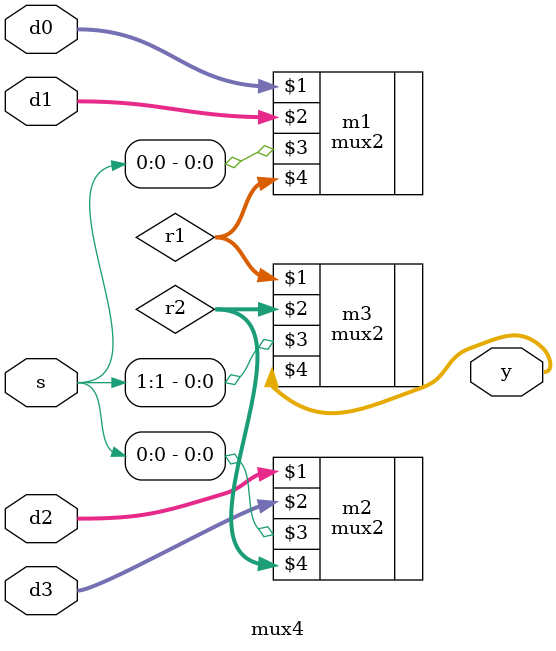
<source format=sv>
module mux4 #(parameter WIDTH = 8)
            (input logic [WIDTH-1:0] d0, d1, d2, d3,
              input logic [1:0] s,
              output logic [WIDTH-1:0] y);
  logic [WIDTH-1:0] r1, r2;
  
  mux2 #(WIDTH) m1(d0, d1, s[0],r1);
  mux2 #(WIDTH) m2(d2, d3, s[0],r2);
  mux2 #(WIDTH) m3(r1, r2, s[1],y);

endmodule

</source>
